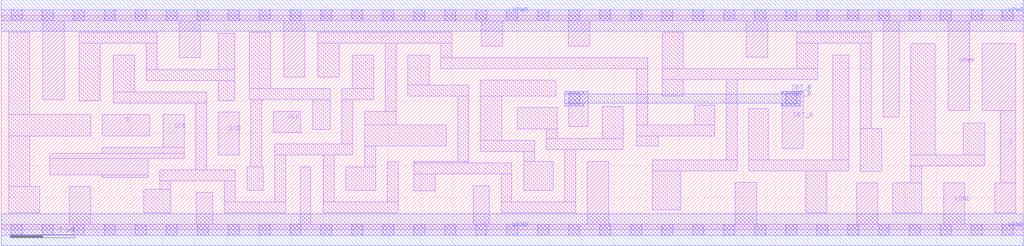
<source format=lef>
# Copyright 2020 The SkyWater PDK Authors
#
# Licensed under the Apache License, Version 2.0 (the "License");
# you may not use this file except in compliance with the License.
# You may obtain a copy of the License at
#
#     https://www.apache.org/licenses/LICENSE-2.0
#
# Unless required by applicable law or agreed to in writing, software
# distributed under the License is distributed on an "AS IS" BASIS,
# WITHOUT WARRANTIES OR CONDITIONS OF ANY KIND, either express or implied.
# See the License for the specific language governing permissions and
# limitations under the License.
#
# SPDX-License-Identifier: Apache-2.0

VERSION 5.7 ;
  NAMESCASESENSITIVE ON ;
  NOWIREEXTENSIONATPIN ON ;
  DIVIDERCHAR "/" ;
  BUSBITCHARS "[]" ;
UNITS
  DATABASE MICRONS 200 ;
END UNITS
MACRO sky130_fd_sc_lp__sdfstp_lp
  CLASS CORE ;
  SOURCE USER ;
  FOREIGN sky130_fd_sc_lp__sdfstp_lp ;
  ORIGIN  0.000000  0.000000 ;
  SIZE  15.84000 BY  3.330000 ;
  SYMMETRY X Y R90 ;
  SITE unit ;
  PIN D
    ANTENNAGATEAREA  0.313000 ;
    DIRECTION INPUT ;
    USE SIGNAL ;
    PORT
      LAYER li1 ;
        RECT 1.565000 1.460000 2.300000 1.790000 ;
    END
  END D
  PIN Q
    ANTENNADIFFAREA  0.404700 ;
    DIRECTION OUTPUT ;
    USE SIGNAL ;
    PORT
      LAYER li1 ;
        RECT 15.205000 1.850000 15.725000 2.890000 ;
        RECT 15.395000 0.265000 15.725000 0.725000 ;
        RECT 15.485000 0.725000 15.725000 1.850000 ;
    END
  END Q
  PIN SCD
    ANTENNAGATEAREA  0.313000 ;
    DIRECTION INPUT ;
    USE SIGNAL ;
    PORT
      LAYER li1 ;
        RECT 3.365000 1.160000 3.685000 1.830000 ;
    END
  END SCD
  PIN SCE
    ANTENNAGATEAREA  0.689000 ;
    DIRECTION INPUT ;
    USE SIGNAL ;
    PORT
      LAYER li1 ;
        RECT 0.750000 0.855000 2.275000 1.110000 ;
        RECT 0.750000 1.110000 2.835000 1.185000 ;
        RECT 1.565000 0.810000 2.275000 0.855000 ;
        RECT 1.565000 1.185000 2.835000 1.280000 ;
        RECT 2.510000 1.280000 2.835000 1.790000 ;
    END
  END SCE
  PIN SET_B
    ANTENNAGATEAREA  0.626000 ;
    DIRECTION INPUT ;
    USE SIGNAL ;
    PORT
      LAYER li1 ;
        RECT  8.795000 1.605000  9.100000 2.150000 ;
        RECT 12.100000 1.265000 12.430000 2.150000 ;
      LAYER mcon ;
        RECT  8.795000 1.950000  8.965000 2.120000 ;
        RECT 12.155000 1.950000 12.325000 2.120000 ;
      LAYER met1 ;
        RECT  8.735000 1.920000  9.025000 1.965000 ;
        RECT  8.735000 1.965000 12.385000 2.105000 ;
        RECT  8.735000 2.105000  9.025000 2.150000 ;
        RECT 12.095000 1.920000 12.385000 1.965000 ;
        RECT 12.095000 2.105000 12.385000 2.150000 ;
    END
  END SET_B
  PIN CLK
    ANTENNAGATEAREA  0.376000 ;
    DIRECTION INPUT ;
    USE CLOCK ;
    PORT
      LAYER li1 ;
        RECT 4.215000 1.510000 4.645000 1.840000 ;
    END
  END CLK
  PIN VGND
    DIRECTION INOUT ;
    USE GROUND ;
    PORT
      LAYER li1 ;
        RECT  0.000000 -0.085000 15.840000 0.085000 ;
        RECT  1.055000  0.085000  1.385000 0.675000 ;
        RECT  3.025000  0.085000  3.275000 0.580000 ;
        RECT  4.630000  0.085000  4.800000 0.980000 ;
        RECT  7.315000  0.085000  7.565000 0.685000 ;
        RECT  9.085000  0.085000  9.415000 1.065000 ;
        RECT 11.375000  0.085000 11.705000 0.735000 ;
        RECT 13.255000  0.085000 13.585000 0.725000 ;
        RECT 14.605000  0.085000 14.935000 0.725000 ;
      LAYER mcon ;
        RECT  0.155000 -0.085000  0.325000 0.085000 ;
        RECT  0.635000 -0.085000  0.805000 0.085000 ;
        RECT  1.115000 -0.085000  1.285000 0.085000 ;
        RECT  1.595000 -0.085000  1.765000 0.085000 ;
        RECT  2.075000 -0.085000  2.245000 0.085000 ;
        RECT  2.555000 -0.085000  2.725000 0.085000 ;
        RECT  3.035000 -0.085000  3.205000 0.085000 ;
        RECT  3.515000 -0.085000  3.685000 0.085000 ;
        RECT  3.995000 -0.085000  4.165000 0.085000 ;
        RECT  4.475000 -0.085000  4.645000 0.085000 ;
        RECT  4.955000 -0.085000  5.125000 0.085000 ;
        RECT  5.435000 -0.085000  5.605000 0.085000 ;
        RECT  5.915000 -0.085000  6.085000 0.085000 ;
        RECT  6.395000 -0.085000  6.565000 0.085000 ;
        RECT  6.875000 -0.085000  7.045000 0.085000 ;
        RECT  7.355000 -0.085000  7.525000 0.085000 ;
        RECT  7.835000 -0.085000  8.005000 0.085000 ;
        RECT  8.315000 -0.085000  8.485000 0.085000 ;
        RECT  8.795000 -0.085000  8.965000 0.085000 ;
        RECT  9.275000 -0.085000  9.445000 0.085000 ;
        RECT  9.755000 -0.085000  9.925000 0.085000 ;
        RECT 10.235000 -0.085000 10.405000 0.085000 ;
        RECT 10.715000 -0.085000 10.885000 0.085000 ;
        RECT 11.195000 -0.085000 11.365000 0.085000 ;
        RECT 11.675000 -0.085000 11.845000 0.085000 ;
        RECT 12.155000 -0.085000 12.325000 0.085000 ;
        RECT 12.635000 -0.085000 12.805000 0.085000 ;
        RECT 13.115000 -0.085000 13.285000 0.085000 ;
        RECT 13.595000 -0.085000 13.765000 0.085000 ;
        RECT 14.075000 -0.085000 14.245000 0.085000 ;
        RECT 14.555000 -0.085000 14.725000 0.085000 ;
        RECT 15.035000 -0.085000 15.205000 0.085000 ;
        RECT 15.515000 -0.085000 15.685000 0.085000 ;
      LAYER met1 ;
        RECT 0.000000 -0.245000 15.840000 0.245000 ;
    END
  END VGND
  PIN VPWR
    DIRECTION INOUT ;
    USE POWER ;
    PORT
      LAYER li1 ;
        RECT  0.000000 3.245000 15.840000 3.415000 ;
        RECT  0.645000 2.025000  0.975000 3.245000 ;
        RECT  2.755000 2.670000  3.085000 3.245000 ;
        RECT  4.375000 2.370000  4.705000 3.245000 ;
        RECT  7.440000 2.855000  7.770000 3.245000 ;
        RECT  8.790000 2.855000  9.120000 3.245000 ;
        RECT 11.545000 2.680000 11.875000 3.245000 ;
        RECT 13.665000 1.755000 13.915000 3.245000 ;
        RECT 14.675000 1.850000 15.005000 3.245000 ;
      LAYER mcon ;
        RECT  0.155000 3.245000  0.325000 3.415000 ;
        RECT  0.635000 3.245000  0.805000 3.415000 ;
        RECT  1.115000 3.245000  1.285000 3.415000 ;
        RECT  1.595000 3.245000  1.765000 3.415000 ;
        RECT  2.075000 3.245000  2.245000 3.415000 ;
        RECT  2.555000 3.245000  2.725000 3.415000 ;
        RECT  3.035000 3.245000  3.205000 3.415000 ;
        RECT  3.515000 3.245000  3.685000 3.415000 ;
        RECT  3.995000 3.245000  4.165000 3.415000 ;
        RECT  4.475000 3.245000  4.645000 3.415000 ;
        RECT  4.955000 3.245000  5.125000 3.415000 ;
        RECT  5.435000 3.245000  5.605000 3.415000 ;
        RECT  5.915000 3.245000  6.085000 3.415000 ;
        RECT  6.395000 3.245000  6.565000 3.415000 ;
        RECT  6.875000 3.245000  7.045000 3.415000 ;
        RECT  7.355000 3.245000  7.525000 3.415000 ;
        RECT  7.835000 3.245000  8.005000 3.415000 ;
        RECT  8.315000 3.245000  8.485000 3.415000 ;
        RECT  8.795000 3.245000  8.965000 3.415000 ;
        RECT  9.275000 3.245000  9.445000 3.415000 ;
        RECT  9.755000 3.245000  9.925000 3.415000 ;
        RECT 10.235000 3.245000 10.405000 3.415000 ;
        RECT 10.715000 3.245000 10.885000 3.415000 ;
        RECT 11.195000 3.245000 11.365000 3.415000 ;
        RECT 11.675000 3.245000 11.845000 3.415000 ;
        RECT 12.155000 3.245000 12.325000 3.415000 ;
        RECT 12.635000 3.245000 12.805000 3.415000 ;
        RECT 13.115000 3.245000 13.285000 3.415000 ;
        RECT 13.595000 3.245000 13.765000 3.415000 ;
        RECT 14.075000 3.245000 14.245000 3.415000 ;
        RECT 14.555000 3.245000 14.725000 3.415000 ;
        RECT 15.035000 3.245000 15.205000 3.415000 ;
        RECT 15.515000 3.245000 15.685000 3.415000 ;
      LAYER met1 ;
        RECT 0.000000 3.085000 15.840000 3.575000 ;
    END
  END VPWR
  OBS
    LAYER li1 ;
      RECT  0.115000 0.265000  0.595000 0.675000 ;
      RECT  0.115000 0.675000  0.445000 1.460000 ;
      RECT  0.115000 1.460000  1.385000 1.790000 ;
      RECT  0.115000 1.790000  0.445000 3.065000 ;
      RECT  1.205000 2.010000  1.535000 2.895000 ;
      RECT  1.205000 2.895000  2.415000 3.065000 ;
      RECT  1.735000 1.970000  3.185000 2.140000 ;
      RECT  1.735000 2.140000  2.065000 2.715000 ;
      RECT  2.205000 0.265000  2.625000 0.630000 ;
      RECT  2.245000 2.320000  3.615000 2.490000 ;
      RECT  2.245000 2.490000  2.415000 2.895000 ;
      RECT  2.455000 0.630000  2.625000 0.760000 ;
      RECT  2.455000 0.760000  3.625000 0.930000 ;
      RECT  3.015000 0.930000  3.185000 1.970000 ;
      RECT  3.365000 2.010000  3.615000 2.320000 ;
      RECT  3.365000 2.490000  3.615000 3.050000 ;
      RECT  3.455000 0.265000  4.410000 0.435000 ;
      RECT  3.455000 0.435000  3.625000 0.760000 ;
      RECT  3.810000 0.615000  4.060000 0.980000 ;
      RECT  3.845000 2.020000  5.100000 2.190000 ;
      RECT  3.845000 2.190000  4.175000 3.065000 ;
      RECT  3.865000 0.980000  4.035000 2.020000 ;
      RECT  4.240000 0.435000  4.410000 1.160000 ;
      RECT  4.240000 1.160000  5.450000 1.330000 ;
      RECT  4.825000 1.555000  5.100000 2.020000 ;
      RECT  4.905000 2.370000  5.235000 2.895000 ;
      RECT  4.905000 2.895000  6.980000 3.065000 ;
      RECT  4.990000 0.265000  6.150000 0.435000 ;
      RECT  4.990000 0.435000  5.160000 1.160000 ;
      RECT  5.280000 1.330000  5.450000 2.020000 ;
      RECT  5.280000 2.020000  5.770000 2.190000 ;
      RECT  5.340000 0.615000  5.800000 0.980000 ;
      RECT  5.440000 2.190000  5.770000 2.715000 ;
      RECT  5.630000 0.980000  5.800000 1.300000 ;
      RECT  5.630000 1.300000  6.895000 1.630000 ;
      RECT  5.630000 1.630000  6.120000 1.840000 ;
      RECT  5.950000 1.840000  6.120000 2.895000 ;
      RECT  5.980000 0.435000  6.150000 1.065000 ;
      RECT  6.300000 2.075000  7.245000 2.245000 ;
      RECT  6.300000 2.245000  6.630000 2.715000 ;
      RECT  6.395000 0.605000  6.725000 0.865000 ;
      RECT  6.395000 0.865000  7.915000 1.035000 ;
      RECT  6.395000 1.035000  7.245000 1.065000 ;
      RECT  6.810000 2.505000 10.020000 2.675000 ;
      RECT  6.810000 2.675000  6.980000 2.895000 ;
      RECT  7.075000 1.065000  7.245000 2.075000 ;
      RECT  7.425000 1.215000  8.265000 1.385000 ;
      RECT  7.425000 1.385000  7.755000 2.075000 ;
      RECT  7.425000 2.075000  8.590000 2.325000 ;
      RECT  7.745000 0.265000  8.905000 0.435000 ;
      RECT  7.745000 0.435000  7.915000 0.865000 ;
      RECT  7.995000 1.565000  8.615000 1.895000 ;
      RECT  8.095000 0.615000  8.555000 1.065000 ;
      RECT  8.095000 1.065000  8.265000 1.215000 ;
      RECT  8.445000 1.245000  9.640000 1.415000 ;
      RECT  8.445000 1.415000  8.615000 1.565000 ;
      RECT  8.735000 0.435000  8.905000 1.245000 ;
      RECT  9.310000 1.415000  9.640000 1.915000 ;
      RECT  9.850000 1.300000 10.180000 1.460000 ;
      RECT  9.850000 1.460000 11.055000 1.630000 ;
      RECT  9.850000 1.630000 10.020000 2.505000 ;
      RECT 10.085000 0.310000 10.530000 0.915000 ;
      RECT 10.085000 0.915000 11.405000 1.085000 ;
      RECT 10.240000 2.075000 10.570000 2.330000 ;
      RECT 10.240000 2.330000 12.655000 2.500000 ;
      RECT 10.240000 2.500000 10.570000 3.065000 ;
      RECT 10.750000 1.630000 11.055000 1.935000 ;
      RECT 11.235000 1.085000 11.405000 2.330000 ;
      RECT 11.585000 0.915000 13.135000 1.085000 ;
      RECT 11.585000 1.085000 11.890000 1.885000 ;
      RECT 12.325000 2.500000 12.655000 2.895000 ;
      RECT 12.325000 2.895000 13.485000 3.065000 ;
      RECT 12.465000 0.265000 12.795000 0.915000 ;
      RECT 12.885000 1.085000 13.135000 2.715000 ;
      RECT 13.315000 0.905000 13.645000 1.575000 ;
      RECT 13.315000 1.575000 13.485000 2.895000 ;
      RECT 13.815000 0.265000 14.265000 0.725000 ;
      RECT 14.095000 0.725000 14.265000 0.990000 ;
      RECT 14.095000 0.990000 15.240000 1.160000 ;
      RECT 14.095000 1.160000 14.475000 2.890000 ;
      RECT 14.910000 1.160000 15.240000 1.660000 ;
  END
END sky130_fd_sc_lp__sdfstp_lp

</source>
